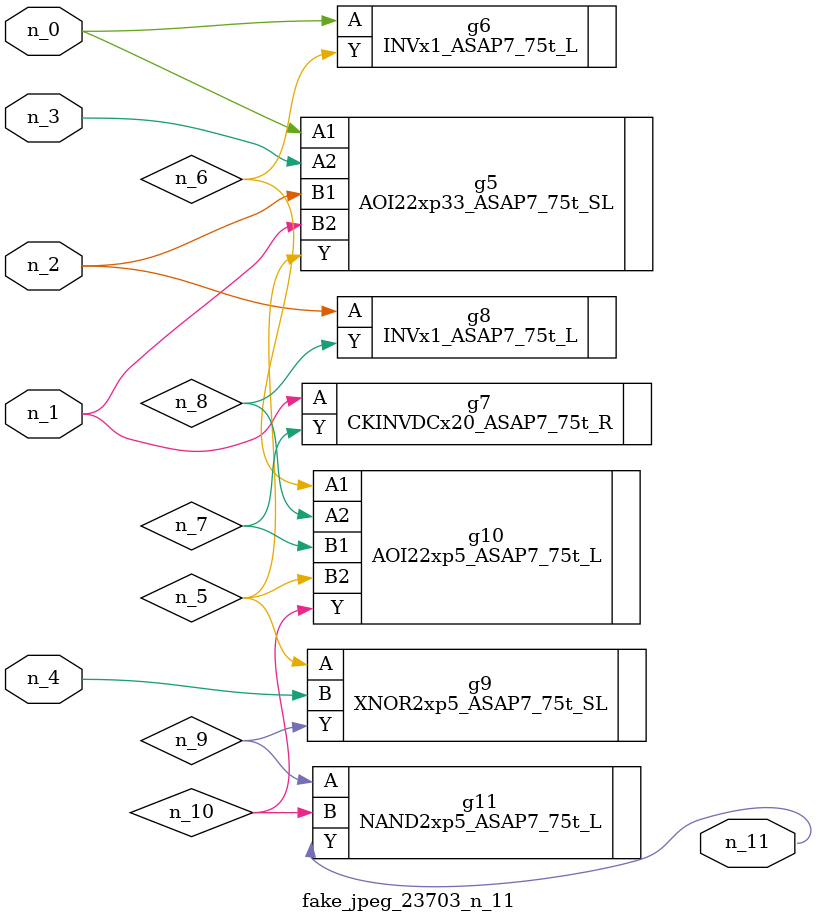
<source format=v>
module fake_jpeg_23703_n_11 (n_3, n_2, n_1, n_0, n_4, n_11);

input n_3;
input n_2;
input n_1;
input n_0;
input n_4;

output n_11;

wire n_10;
wire n_8;
wire n_9;
wire n_6;
wire n_5;
wire n_7;

AOI22xp33_ASAP7_75t_SL g5 ( 
.A1(n_0),
.A2(n_3),
.B1(n_2),
.B2(n_1),
.Y(n_5)
);

INVx1_ASAP7_75t_L g6 ( 
.A(n_0),
.Y(n_6)
);

CKINVDCx20_ASAP7_75t_R g7 ( 
.A(n_1),
.Y(n_7)
);

INVx1_ASAP7_75t_L g8 ( 
.A(n_2),
.Y(n_8)
);

XNOR2xp5_ASAP7_75t_SL g9 ( 
.A(n_5),
.B(n_4),
.Y(n_9)
);

NAND2xp5_ASAP7_75t_L g11 ( 
.A(n_9),
.B(n_10),
.Y(n_11)
);

AOI22xp5_ASAP7_75t_L g10 ( 
.A1(n_6),
.A2(n_8),
.B1(n_7),
.B2(n_5),
.Y(n_10)
);


endmodule
</source>
